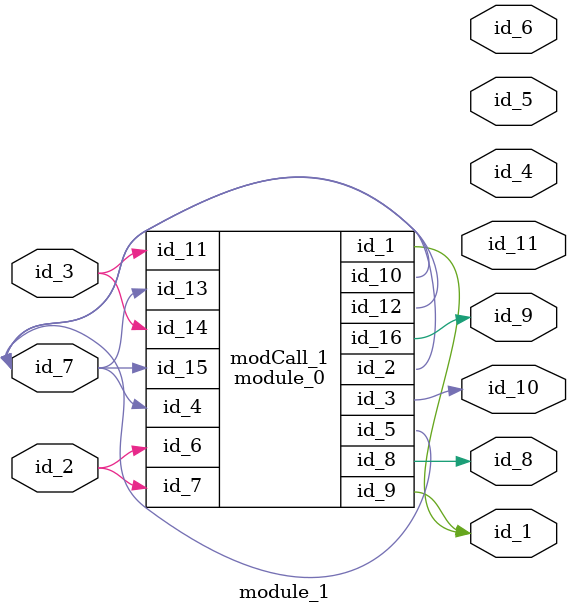
<source format=v>
module module_0 (
    id_1,
    id_2,
    id_3,
    id_4,
    id_5,
    id_6,
    id_7,
    id_8,
    id_9,
    id_10,
    id_11,
    id_12,
    id_13,
    id_14,
    id_15,
    id_16
);
  output wire id_16;
  input wire id_15;
  input wire id_14;
  input wire id_13;
  inout wire id_12;
  input wire id_11;
  inout wire id_10;
  output wire id_9;
  output wire id_8;
  input wire id_7;
  input wire id_6;
  output wire id_5;
  input wire id_4;
  output wire id_3;
  output wire id_2;
  output wire id_1;
  wire id_17;
endmodule
module module_1 (
    id_1,
    id_2,
    id_3,
    id_4,
    id_5,
    id_6,
    id_7,
    id_8,
    id_9,
    id_10,
    id_11
);
  output wire id_11;
  output wire id_10;
  output wire id_9;
  module_0 modCall_1 (
      id_1,
      id_7,
      id_10,
      id_7,
      id_7,
      id_2,
      id_2,
      id_8,
      id_1,
      id_7,
      id_3,
      id_7,
      id_7,
      id_3,
      id_7,
      id_9
  );
  output wire id_8;
  inout wire id_7;
  output wire id_6;
  output wire id_5;
  output wire id_4;
  input wire id_3;
  input wire id_2;
  output wire id_1;
endmodule

</source>
